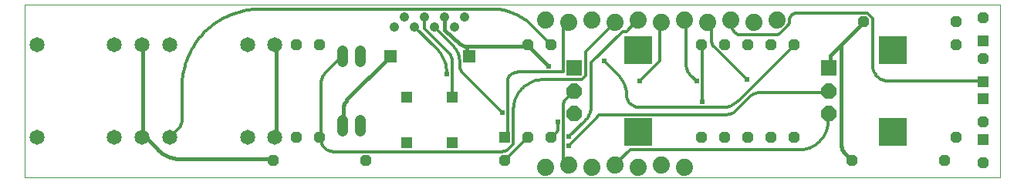
<source format=gbl>
G75*
%MOIN*%
%OFA0B0*%
%FSLAX24Y24*%
%IPPOS*%
%LPD*%
%AMOC8*
5,1,8,0,0,1.08239X$1,22.5*
%
%ADD10C,0.0010*%
%ADD11R,0.0660X0.0660*%
%ADD12OC8,0.0660*%
%ADD13R,0.1227X0.1227*%
%ADD14C,0.0650*%
%ADD15OC8,0.0480*%
%ADD16C,0.0480*%
%ADD17R,0.0478X0.0478*%
%ADD18R,0.0480X0.0480*%
%ADD19R,0.0531X0.0531*%
%ADD20C,0.0413*%
%ADD21C,0.0740*%
%ADD22C,0.0120*%
%ADD23C,0.0240*%
%ADD24C,0.0180*%
D10*
X007994Y004807D02*
X050120Y004807D01*
X050120Y012287D01*
X007994Y012287D01*
X007994Y004807D01*
D11*
X031738Y009541D03*
X042738Y009541D03*
D12*
X042738Y008557D03*
X042738Y007572D03*
X031738Y007572D03*
X031738Y008557D03*
D13*
X034494Y006785D03*
X045494Y006785D03*
X045494Y010328D03*
X034494Y010328D03*
D14*
X018803Y010557D03*
X017622Y010557D03*
X014275Y010557D03*
X013053Y010557D03*
X011872Y010557D03*
X008525Y010557D03*
X008525Y006557D03*
X011872Y006557D03*
X013053Y006557D03*
X014275Y006557D03*
X017622Y006557D03*
X018803Y006557D03*
D15*
X019744Y006557D03*
X020744Y006557D03*
X022744Y005557D03*
X018744Y005557D03*
X028744Y005557D03*
X029744Y006557D03*
X030744Y006557D03*
X037244Y006557D03*
X038244Y006557D03*
X039244Y006557D03*
X040244Y006557D03*
X041244Y006557D03*
X043744Y005557D03*
X047744Y005557D03*
X049394Y005457D03*
X048244Y006557D03*
X049394Y007207D03*
X049394Y009957D03*
X048244Y010557D03*
X048244Y011557D03*
X049394Y011707D03*
X044244Y011557D03*
X041244Y010557D03*
X040244Y010557D03*
X039244Y010557D03*
X038244Y010557D03*
X037244Y010557D03*
X030744Y010557D03*
X029744Y010557D03*
X020744Y010557D03*
X019744Y010557D03*
D16*
X021744Y010297D02*
X021744Y009817D01*
X022494Y009817D02*
X022494Y010297D01*
X022494Y007297D02*
X022494Y006817D01*
X021744Y006817D02*
X021744Y007297D01*
D17*
X024509Y006322D03*
X026478Y006322D03*
X026478Y008291D03*
X024509Y008291D03*
D18*
X028744Y006557D03*
X049394Y006457D03*
X049394Y008207D03*
X049394Y008957D03*
X049394Y010707D03*
D19*
X027187Y010059D03*
X023801Y010059D03*
D20*
X023978Y011307D03*
X024844Y011307D03*
X025710Y011307D03*
X026576Y011307D03*
X026143Y011740D03*
X027009Y011740D03*
X025277Y011740D03*
X024411Y011740D03*
D21*
X030494Y011607D03*
X031494Y011507D03*
X032494Y011607D03*
X033494Y011507D03*
X034494Y011607D03*
X035494Y011507D03*
X036494Y011607D03*
X037494Y011507D03*
X038494Y011607D03*
X039494Y011507D03*
X040494Y011607D03*
X035494Y005357D03*
X036494Y005257D03*
X034494Y005257D03*
X033494Y005357D03*
X032494Y005257D03*
X031494Y005357D03*
X030494Y005257D03*
D22*
X031274Y005527D02*
X031434Y005367D01*
X031494Y005357D01*
X031274Y005527D02*
X031274Y007939D01*
X031378Y008191D02*
X031674Y008487D01*
X031738Y008557D01*
X033655Y009225D02*
X033700Y009178D01*
X033742Y009129D01*
X033781Y009077D01*
X033817Y009023D01*
X033850Y008967D01*
X033880Y008910D01*
X033906Y008850D01*
X033929Y008790D01*
X033949Y008728D01*
X033965Y008665D01*
X033978Y008602D01*
X033987Y008537D01*
X033992Y008473D01*
X033994Y008408D01*
X033996Y008362D01*
X034002Y008316D01*
X034011Y008270D01*
X034024Y008226D01*
X034041Y008183D01*
X034062Y008141D01*
X034085Y008101D01*
X034112Y008063D01*
X034142Y008028D01*
X034175Y007995D01*
X034210Y007965D01*
X034248Y007938D01*
X034288Y007915D01*
X034330Y007894D01*
X034373Y007877D01*
X034417Y007864D01*
X034463Y007855D01*
X034509Y007849D01*
X034555Y007847D01*
X038179Y007847D01*
X038734Y007707D02*
X039303Y008276D01*
X038819Y008112D02*
X041194Y010487D01*
X041244Y010557D01*
X040363Y010967D02*
X038943Y010967D01*
X038905Y010969D01*
X038867Y010974D01*
X038830Y010984D01*
X038794Y010997D01*
X038760Y011013D01*
X038727Y011033D01*
X038696Y011055D01*
X038668Y011081D01*
X038642Y011109D01*
X038620Y011140D01*
X038600Y011173D01*
X038584Y011207D01*
X038571Y011243D01*
X038561Y011280D01*
X038556Y011318D01*
X038554Y011356D01*
X038554Y011607D01*
X038494Y011607D01*
X037674Y011287D02*
X037514Y011447D01*
X037494Y011507D01*
X037674Y011287D02*
X037674Y010699D01*
X037767Y010473D02*
X039194Y009047D01*
X038818Y008112D02*
X038775Y008071D01*
X038729Y008034D01*
X038681Y007999D01*
X038631Y007968D01*
X038579Y007940D01*
X038525Y007916D01*
X038470Y007895D01*
X038413Y007878D01*
X038355Y007864D01*
X038297Y007855D01*
X038238Y007849D01*
X038179Y007847D01*
X038299Y007527D02*
X038347Y007529D01*
X038395Y007535D01*
X038442Y007544D01*
X038489Y007557D01*
X038534Y007574D01*
X038578Y007594D01*
X038620Y007617D01*
X038660Y007644D01*
X038698Y007674D01*
X038733Y007707D01*
X038299Y007527D02*
X032874Y007527D01*
X032851Y007525D01*
X032829Y007521D01*
X032808Y007513D01*
X032787Y007502D01*
X032769Y007488D01*
X032753Y007472D01*
X032739Y007454D01*
X032728Y007433D01*
X032720Y007412D01*
X032716Y007390D01*
X032714Y007367D01*
X031514Y006167D01*
X031514Y006567D02*
X032209Y007262D01*
X031034Y007207D02*
X031034Y006927D01*
X031032Y006895D01*
X031027Y006862D01*
X031018Y006831D01*
X031005Y006801D01*
X030990Y006773D01*
X030971Y006746D01*
X030949Y006722D01*
X030794Y006567D01*
X030744Y006557D01*
X029744Y006557D02*
X028744Y005557D01*
X028593Y005927D02*
X021354Y005927D01*
X021308Y005929D01*
X021262Y005935D01*
X021217Y005944D01*
X021172Y005957D01*
X021129Y005974D01*
X021087Y005994D01*
X021048Y006018D01*
X021010Y006045D01*
X020975Y006075D01*
X020942Y006108D01*
X020912Y006143D01*
X020885Y006181D01*
X020861Y006220D01*
X020841Y006262D01*
X020824Y006305D01*
X020811Y006350D01*
X020802Y006395D01*
X020796Y006441D01*
X020794Y006487D01*
X020744Y006557D01*
X020794Y006567D01*
X020794Y008826D01*
X020796Y008878D01*
X020801Y008929D01*
X020811Y008980D01*
X020823Y009031D01*
X020840Y009080D01*
X020860Y009128D01*
X020883Y009174D01*
X020909Y009219D01*
X020939Y009261D01*
X020971Y009301D01*
X021007Y009339D01*
X021006Y009339D02*
X021674Y010007D01*
X021744Y010057D01*
X025763Y010421D02*
X025817Y010366D01*
X025869Y010308D01*
X025917Y010248D01*
X025963Y010185D01*
X026005Y010120D01*
X026044Y010054D01*
X026079Y009985D01*
X026111Y009915D01*
X026140Y009843D01*
X026165Y009770D01*
X026186Y009695D01*
X026203Y009620D01*
X026217Y009544D01*
X026226Y009467D01*
X026232Y009390D01*
X026234Y009313D01*
X026234Y009287D01*
X026929Y009311D02*
X028634Y007607D01*
X029114Y007722D02*
X029114Y006247D01*
X028936Y006068D01*
X028935Y006069D02*
X028904Y006040D01*
X028871Y006015D01*
X028835Y005992D01*
X028798Y005972D01*
X028759Y005956D01*
X028718Y005943D01*
X028677Y005934D01*
X028635Y005929D01*
X028593Y005927D01*
X028744Y006557D02*
X028794Y006567D01*
X028874Y006647D01*
X028874Y009025D01*
X028873Y009025D02*
X028875Y009052D01*
X028879Y009080D01*
X028887Y009106D01*
X028897Y009131D01*
X028911Y009155D01*
X028926Y009178D01*
X028945Y009198D01*
X029352Y009367D02*
X031274Y009367D01*
X031274Y011287D01*
X031494Y011507D01*
X030714Y010567D02*
X029866Y011414D01*
X028243Y012087D02*
X018172Y012087D01*
X024844Y011307D02*
X024864Y011287D01*
X025763Y010420D01*
X025864Y011137D02*
X026532Y010469D01*
X026314Y010207D02*
X025264Y011237D01*
X025277Y011740D01*
X025710Y011307D02*
X025864Y011137D01*
X026531Y010468D02*
X026571Y010425D01*
X026608Y010380D01*
X026642Y010333D01*
X026673Y010283D01*
X026701Y010231D01*
X026725Y010178D01*
X026746Y010123D01*
X026763Y010067D01*
X026776Y010010D01*
X026785Y009953D01*
X026791Y009894D01*
X026793Y009836D01*
X026794Y009836D02*
X026794Y009639D01*
X026474Y009820D02*
X026474Y008327D01*
X026478Y008291D01*
X028945Y009199D02*
X028979Y009229D01*
X029014Y009257D01*
X029052Y009282D01*
X029091Y009304D01*
X029132Y009323D01*
X029174Y009339D01*
X029218Y009351D01*
X029262Y009360D01*
X029307Y009365D01*
X029352Y009367D01*
X030438Y009047D02*
X032074Y009047D01*
X032234Y009207D01*
X032234Y010247D01*
X033494Y011507D01*
X033834Y011127D02*
X032474Y009767D01*
X032474Y007900D01*
X031378Y008191D02*
X031355Y008165D01*
X031334Y008137D01*
X031316Y008107D01*
X031301Y008075D01*
X031289Y008042D01*
X031281Y008008D01*
X031276Y007974D01*
X031274Y007939D01*
X032210Y007262D02*
X032250Y007305D01*
X032288Y007351D01*
X032322Y007399D01*
X032353Y007449D01*
X032381Y007501D01*
X032405Y007555D01*
X032426Y007610D01*
X032443Y007667D01*
X032457Y007724D01*
X032466Y007782D01*
X032472Y007841D01*
X032474Y007900D01*
X030438Y009047D02*
X030366Y009045D01*
X030295Y009039D01*
X030224Y009030D01*
X030153Y009016D01*
X030084Y008999D01*
X030015Y008978D01*
X029948Y008953D01*
X029882Y008925D01*
X029817Y008893D01*
X029755Y008857D01*
X029694Y008819D01*
X029636Y008777D01*
X029580Y008732D01*
X029527Y008684D01*
X029476Y008633D01*
X029428Y008580D01*
X029383Y008524D01*
X029341Y008466D01*
X029303Y008405D01*
X029267Y008343D01*
X029235Y008278D01*
X029207Y008212D01*
X029182Y008145D01*
X029161Y008076D01*
X029144Y008007D01*
X029130Y007936D01*
X029121Y007865D01*
X029115Y007794D01*
X029113Y007722D01*
X033034Y009847D02*
X033655Y009225D01*
X034554Y008967D02*
X035377Y009790D01*
X035434Y009927D02*
X035434Y011447D01*
X035494Y011507D01*
X036494Y011607D02*
X036554Y011607D01*
X036554Y009769D01*
X036556Y009713D01*
X036562Y009658D01*
X036572Y009604D01*
X036586Y009550D01*
X036603Y009497D01*
X036624Y009446D01*
X036649Y009396D01*
X036678Y009348D01*
X036709Y009303D01*
X036744Y009260D01*
X036782Y009219D01*
X037034Y008967D01*
X037274Y008087D02*
X037274Y010487D01*
X037244Y010557D01*
X037674Y010699D02*
X037676Y010668D01*
X037680Y010637D01*
X037688Y010606D01*
X037698Y010577D01*
X037712Y010548D01*
X037728Y010521D01*
X037747Y010496D01*
X037768Y010473D01*
X035434Y009927D02*
X035432Y009902D01*
X035427Y009877D01*
X035419Y009853D01*
X035408Y009830D01*
X035394Y009809D01*
X035377Y009790D01*
X033994Y011127D02*
X033834Y011127D01*
X033994Y011127D02*
X034474Y011607D01*
X034494Y011607D01*
X030744Y010557D02*
X030714Y010567D01*
X029867Y011415D02*
X029798Y011480D01*
X029727Y011543D01*
X029653Y011603D01*
X029577Y011660D01*
X029499Y011713D01*
X029418Y011763D01*
X029336Y011810D01*
X029251Y011854D01*
X029165Y011894D01*
X029078Y011930D01*
X028989Y011963D01*
X028898Y011992D01*
X028807Y012017D01*
X028714Y012038D01*
X028621Y012056D01*
X028527Y012069D01*
X028433Y012079D01*
X028338Y012085D01*
X028243Y012087D01*
X026313Y010206D02*
X026342Y010175D01*
X026369Y010141D01*
X026393Y010105D01*
X026413Y010068D01*
X026431Y010029D01*
X026446Y009989D01*
X026458Y009947D01*
X026466Y009905D01*
X026471Y009863D01*
X026473Y009820D01*
X026794Y009639D02*
X026796Y009599D01*
X026801Y009559D01*
X026810Y009519D01*
X026822Y009481D01*
X026837Y009443D01*
X026856Y009407D01*
X026878Y009373D01*
X026902Y009341D01*
X026930Y009312D01*
X018172Y012087D02*
X018057Y012085D01*
X017941Y012079D01*
X017827Y012069D01*
X017712Y012056D01*
X017598Y012038D01*
X017485Y012016D01*
X017372Y011991D01*
X017261Y011962D01*
X017150Y011929D01*
X017041Y011892D01*
X016933Y011851D01*
X016826Y011807D01*
X016721Y011760D01*
X016618Y011708D01*
X016516Y011653D01*
X016417Y011595D01*
X016319Y011534D01*
X016224Y011469D01*
X016131Y011401D01*
X016040Y011329D01*
X015952Y011255D01*
X015866Y011178D01*
X015783Y011098D01*
X015703Y011015D01*
X015626Y010929D01*
X015552Y010841D01*
X015480Y010750D01*
X015412Y010657D01*
X015347Y010562D01*
X015286Y010464D01*
X015228Y010365D01*
X015173Y010263D01*
X015121Y010160D01*
X015074Y010055D01*
X015030Y009948D01*
X014989Y009840D01*
X014952Y009731D01*
X014919Y009620D01*
X014890Y009509D01*
X014865Y009396D01*
X014843Y009283D01*
X014825Y009169D01*
X014812Y009054D01*
X014802Y008940D01*
X014796Y008824D01*
X014794Y008709D01*
X014794Y007299D01*
X014793Y007299D02*
X014791Y007251D01*
X014786Y007204D01*
X014776Y007157D01*
X014763Y007111D01*
X014747Y007066D01*
X014727Y007023D01*
X014703Y006981D01*
X014677Y006942D01*
X014647Y006904D01*
X014615Y006869D01*
X014616Y006869D02*
X014314Y006567D01*
X014275Y006557D01*
X033494Y005357D02*
X033514Y005367D01*
X034154Y006007D01*
X041456Y006007D01*
X041524Y006009D01*
X041592Y006014D01*
X041659Y006024D01*
X041726Y006036D01*
X041792Y006053D01*
X041857Y006073D01*
X041921Y006096D01*
X041984Y006123D01*
X042045Y006153D01*
X042104Y006187D01*
X042161Y006224D01*
X042217Y006263D01*
X042270Y006306D01*
X042320Y006351D01*
X042369Y006400D01*
X042414Y006450D01*
X042457Y006503D01*
X042496Y006559D01*
X042533Y006616D01*
X042567Y006675D01*
X042597Y006736D01*
X042624Y006799D01*
X042647Y006863D01*
X042667Y006928D01*
X042684Y006994D01*
X042696Y007061D01*
X042706Y007128D01*
X042711Y007196D01*
X042713Y007264D01*
X042714Y007264D02*
X042714Y007527D01*
X042738Y007572D01*
X042714Y008487D02*
X039811Y008487D01*
X039760Y008485D01*
X039709Y008480D01*
X039658Y008471D01*
X039609Y008458D01*
X039560Y008442D01*
X039513Y008422D01*
X039467Y008399D01*
X039423Y008373D01*
X039381Y008344D01*
X039341Y008312D01*
X039303Y008277D01*
X042714Y008487D02*
X042738Y008557D01*
X045325Y008967D02*
X049354Y008967D01*
X049394Y008957D01*
X045325Y008967D02*
X045273Y008969D01*
X045222Y008975D01*
X045171Y008984D01*
X045121Y008998D01*
X045073Y009015D01*
X045025Y009035D01*
X044980Y009060D01*
X044936Y009087D01*
X044894Y009118D01*
X044855Y009151D01*
X044818Y009188D01*
X044785Y009227D01*
X044754Y009269D01*
X044727Y009313D01*
X044702Y009358D01*
X044682Y009406D01*
X044665Y009454D01*
X044651Y009504D01*
X044642Y009555D01*
X044636Y009606D01*
X044634Y009658D01*
X044634Y011687D01*
X044394Y011927D01*
X041385Y011927D01*
X041348Y011925D01*
X041312Y011919D01*
X041276Y011910D01*
X041242Y011897D01*
X041209Y011880D01*
X041178Y011860D01*
X041149Y011837D01*
X041123Y011811D01*
X041100Y011782D01*
X041080Y011751D01*
X041063Y011718D01*
X041050Y011684D01*
X041041Y011648D01*
X041035Y011612D01*
X041033Y011575D01*
X041034Y011575D02*
X041033Y011545D01*
X041028Y011515D01*
X041021Y011485D01*
X041010Y011456D01*
X040997Y011429D01*
X040982Y011403D01*
X040964Y011378D01*
X040943Y011356D01*
X040688Y011101D01*
X040688Y011102D02*
X040659Y011075D01*
X040627Y011050D01*
X040593Y011029D01*
X040557Y011010D01*
X040520Y010995D01*
X040482Y010983D01*
X040443Y010974D01*
X040403Y010969D01*
X040363Y010967D01*
D23*
X039194Y009047D03*
X037034Y008967D03*
X034554Y008967D03*
X033034Y009847D03*
X030634Y009607D03*
X026234Y009287D03*
X028634Y007607D03*
X031034Y007207D03*
X031514Y006567D03*
X031514Y006167D03*
X037274Y008087D03*
D24*
X042738Y009541D02*
X042794Y009607D01*
X042794Y010003D01*
X042853Y010146D02*
X043234Y010527D01*
X043274Y010487D01*
X043274Y006238D01*
X043273Y006238D02*
X043275Y006194D01*
X043280Y006151D01*
X043288Y006108D01*
X043300Y006066D01*
X043315Y006024D01*
X043334Y005985D01*
X043355Y005946D01*
X043380Y005910D01*
X043407Y005876D01*
X043436Y005843D01*
X043437Y005843D02*
X043674Y005607D01*
X043744Y005557D01*
X030634Y009607D02*
X029754Y010487D01*
X029744Y010557D01*
X029674Y010487D01*
X027114Y010487D01*
X027074Y010447D01*
X026794Y010577D01*
X026144Y011187D01*
X026143Y011740D01*
X027074Y010447D02*
X027114Y010407D01*
X027114Y010087D01*
X027187Y010059D01*
X023801Y010059D02*
X023754Y010007D01*
X021949Y008202D01*
X021754Y007731D02*
X021754Y007127D01*
X021744Y007057D01*
X021754Y007731D02*
X021756Y007778D01*
X021761Y007826D01*
X021769Y007872D01*
X021781Y007918D01*
X021796Y007963D01*
X021814Y008007D01*
X021835Y008050D01*
X021860Y008091D01*
X021887Y008130D01*
X021916Y008166D01*
X021949Y008201D01*
X018874Y006567D02*
X018803Y006557D01*
X018874Y006567D02*
X018874Y010487D01*
X018803Y010557D01*
X013114Y010487D02*
X013053Y010557D01*
X013114Y010487D02*
X013114Y006567D01*
X013053Y006557D01*
X013194Y006567D01*
X013725Y006036D01*
X014760Y005607D02*
X018714Y005607D01*
X018744Y005557D01*
X014760Y005606D02*
X014688Y005608D01*
X014616Y005613D01*
X014545Y005622D01*
X014474Y005634D01*
X014404Y005650D01*
X014335Y005669D01*
X014266Y005692D01*
X014199Y005718D01*
X014134Y005747D01*
X014069Y005779D01*
X014007Y005814D01*
X013946Y005853D01*
X013887Y005894D01*
X013831Y005939D01*
X013776Y005986D01*
X013724Y006035D01*
X042794Y010003D02*
X042796Y010029D01*
X042801Y010055D01*
X042809Y010080D01*
X042821Y010104D01*
X042836Y010126D01*
X042853Y010146D01*
X043234Y010527D02*
X044234Y011527D01*
X044244Y011557D01*
M02*

</source>
